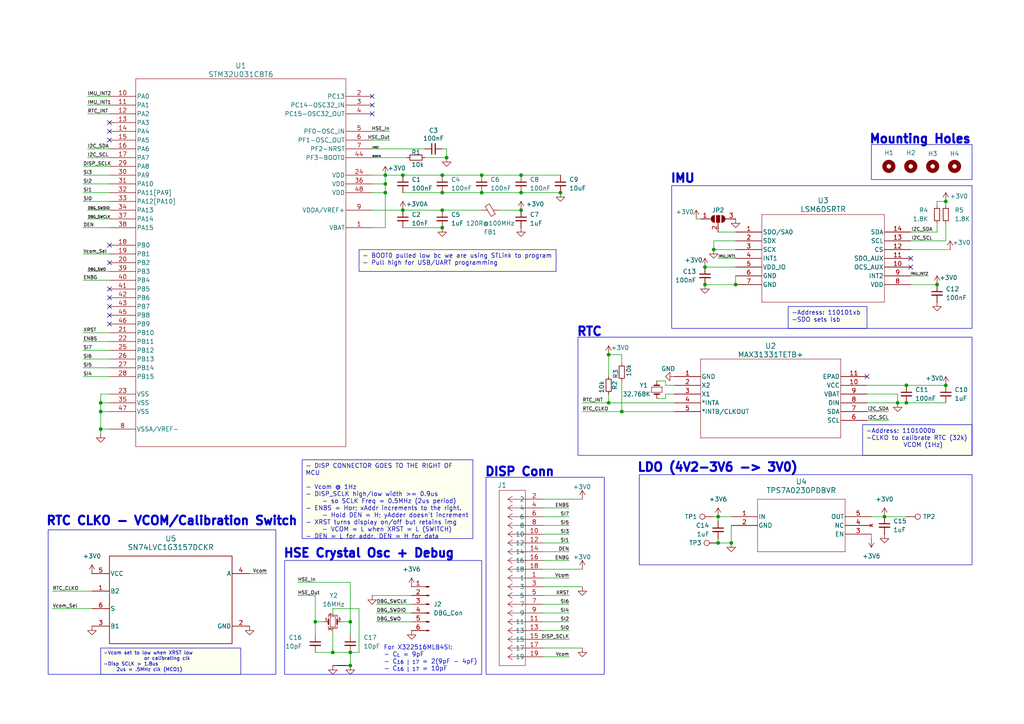
<source format=kicad_sch>
(kicad_sch (version 20231120) (generator "eeschema") (generator_version "8.0")
  (paper "A4")
  (title_block (title "MIP-Watch") (rev "2.0") (company "ForgetfulDuck"))
  (lib_symbols
    (symbol "Connector:Conn_01x06_Pin" (pin_names (offset 1.016) hide)
      (property "Reference" "J" (at 0 7.62 0))
      (property "Value" "Conn_01x06_Pin" (at 0 -10.16 0))
      (symbol "Conn_01x06_Pin_1_1"
        (pin passive line (at 5.08 5.08 180) (length 3.81) (name "Pin_1") (number "1"))
        (pin passive line (at 5.08 2.54 180) (length 3.81) (name "Pin_2") (number "2"))
        (pin passive line (at 5.08 0 180) (length 3.81) (name "Pin_3") (number "3"))
        (pin passive line (at 5.08 -2.54 180) (length 3.81) (name "Pin_4") (number "4"))
        (pin passive line (at 5.08 -5.08 180) (length 3.81) (name "Pin_5") (number "5"))
        (pin passive line (at 5.08 -7.62 180) (length 3.81) (name "Pin_6") (number "6"))
      )
    )
    (symbol "Connector:TestPoint" (pin_numbers hide) (pin_names (offset 0.762) hide)
      (property "Reference" "TP" (at 0 6.858 0))
      (property "Value" "TestPoint" (at 0 5.08 0))
      (symbol "TestPoint_1_1"
        (pin passive line (at 0 0 90) (length 2.54) (name "1") (number "1"))
      )
    )
    (symbol "Device:C_Small" (pin_numbers hide) (pin_names (offset 0.254) hide)
      (property "Reference" "C" (at 0.254 1.778 0))
      (property "Value" "C_Small" (at 0.254 -2.032 0))
      (symbol "C_Small_1_1"
        (pin passive line (at 0 2.54 270) (length 2.032) (name "~") (number "1"))
        (pin passive line (at 0 -2.54 90) (length 2.032) (name "~") (number "2"))
      )
    )
    (symbol "Device:Crystal_GND24_Small" (pin_names (offset 1.016) hide)
      (property "Reference" "Y" (at 1.27 4.445 0))
      (property "Value" "Crystal_GND24_Small" (at 1.27 2.54 0))
      (symbol "Crystal_GND24_Small_1_1"
        (pin passive line (at -2.54 0 0) (length 1.27) (name "1") (number "1"))
        (pin passive line (at 0 -2.54 90) (length 0.635) (name "2") (number "2"))
        (pin passive line (at 2.54 0 180) (length 1.27) (name "3") (number "3"))
        (pin passive line (at 0 2.54 270) (length 0.635) (name "4") (number "4"))
      )
    )
    (symbol "Device:Crystal_Small" (pin_numbers hide) (pin_names (offset 1.016) hide)
      (property "Reference" "Y" (at 0 2.54 0))
      (property "Value" "Crystal_Small" (at 0 -2.54 0))
      (symbol "Crystal_Small_1_1"
        (pin passive line (at -2.54 0 0) (length 1.27) (name "1") (number "1"))
        (pin passive line (at 2.54 0 180) (length 1.27) (name "2") (number "2"))
      )
    )
    (symbol "Device:FerriteBead_Small" (pin_numbers hide) (pin_names (offset 0))
      (property "Reference" "FB" (at 1.905 1.27 0))
      (property "Value" "FerriteBead_Small" (at 1.905 -1.27 0))
      (symbol "FerriteBead_Small_1_1"
        (pin passive line (at 0 2.54 270) (length 1.27) (name "~") (number "1"))
        (pin passive line (at 0 -2.54 90) (length 1.27) (name "~") (number "2"))
      )
    )
    (symbol "Device:NetTie_2" (pin_numbers hide) (pin_names (offset 0) hide) (in_bom no)
      (property "Reference" "NT" (at 0 1.27 0))
      (property "Value" "NetTie_2" (at 0 -1.27 0))
      (symbol "NetTie_2_1_1"
        (pin passive line (at -2.54 0 0) (length 2.54) (name "1") (number "1"))
        (pin passive line (at 2.54 0 180) (length 2.54) (name "2") (number "2"))
      )
    )
    (symbol "Device:R_Small" (pin_numbers hide) (pin_names (offset 0.254) hide)
      (property "Reference" "R" (at 0.762 0.508 0))
      (property "Value" "R_Small" (at 0.762 -1.016 0))
      (symbol "R_Small_1_1"
        (pin passive line (at 0 2.54 270) (length 0.762) (name "~") (number "1"))
        (pin passive line (at 0 -2.54 90) (length 0.762) (name "~") (number "2"))
      )
    )
    (symbol "FPC 19-pin, 0.3mm pitch:FH35C-19S-0.3SHW99" (pin_names (offset 0.254))
      (property "Reference" "J" (at 8.89 6.35 0))
      (property "Value" "FH35C-19S-0.3SHW99" (at 0 0 0))
      (symbol "FH35C-19S-0.3SHW99_1_1"
        (pin unspecified line (at 0 -22.86 0) (length 5.08) (name "1") (number "1"))
        (pin unspecified line (at 0 -10.16 0) (length 5.08) (name "10") (number "10"))
        (pin unspecified line (at 0 -35.56 0) (length 5.08) (name "11") (number "11"))
        (pin unspecified line (at 0 -12.7 0) (length 5.08) (name "12") (number "12"))
        (pin unspecified line (at 0 -38.1 0) (length 5.08) (name "13") (number "13"))
        (pin unspecified line (at 0 -15.24 0) (length 5.08) (name "14") (number "14"))
        (pin unspecified line (at 0 -40.64 0) (length 5.08) (name "15") (number "15"))
        (pin unspecified line (at 0 -17.78 0) (length 5.08) (name "16") (number "16"))
        (pin unspecified line (at 0 -43.18 0) (length 5.08) (name "17") (number "17"))
        (pin unspecified line (at 0 -20.32 0) (length 5.08) (name "18") (number "18"))
        (pin unspecified line (at 0 -45.72 0) (length 5.08) (name "19") (number "19"))
        (pin unspecified line (at 0 0 0) (length 5.08) (name "2") (number "2"))
        (pin unspecified line (at 0 -25.4 0) (length 5.08) (name "3") (number "3"))
        (pin unspecified line (at 0 -2.54 0) (length 5.08) (name "4") (number "4"))
        (pin unspecified line (at 0 -27.94 0) (length 5.08) (name "5") (number "5"))
        (pin unspecified line (at 0 -5.08 0) (length 5.08) (name "6") (number "6"))
        (pin unspecified line (at 0 -30.48 0) (length 5.08) (name "7") (number "7"))
        (pin unspecified line (at 0 -7.62 0) (length 5.08) (name "8") (number "8"))
        (pin unspecified line (at 0 -33.02 0) (length 5.08) (name "9") (number "9"))
      )
      (symbol "FH35C-19S-0.3SHW99_1_2"
        (pin unspecified line (at 0 -22.86 0) (length 5.08) (name "1") (number "1"))
        (pin unspecified line (at 0 -10.16 0) (length 5.08) (name "10") (number "10"))
        (pin unspecified line (at 0 -35.56 0) (length 5.08) (name "11") (number "11"))
        (pin unspecified line (at 0 -12.7 0) (length 5.08) (name "12") (number "12"))
        (pin unspecified line (at 0 -38.1 0) (length 5.08) (name "13") (number "13"))
        (pin unspecified line (at 0 -15.24 0) (length 5.08) (name "14") (number "14"))
        (pin unspecified line (at 0 -40.64 0) (length 5.08) (name "15") (number "15"))
        (pin unspecified line (at 0 -17.78 0) (length 5.08) (name "16") (number "16"))
        (pin unspecified line (at 0 -43.18 0) (length 5.08) (name "17") (number "17"))
        (pin unspecified line (at 0 -20.32 0) (length 5.08) (name "18") (number "18"))
        (pin unspecified line (at 0 -45.72 0) (length 5.08) (name "19") (number "19"))
        (pin unspecified line (at 0 0 0) (length 5.08) (name "2") (number "2"))
        (pin unspecified line (at 0 -25.4 0) (length 5.08) (name "3") (number "3"))
        (pin unspecified line (at 0 -2.54 0) (length 5.08) (name "4") (number "4"))
        (pin unspecified line (at 0 -27.94 0) (length 5.08) (name "5") (number "5"))
        (pin unspecified line (at 0 -5.08 0) (length 5.08) (name "6") (number "6"))
        (pin unspecified line (at 0 -30.48 0) (length 5.08) (name "7") (number "7"))
        (pin unspecified line (at 0 -7.62 0) (length 5.08) (name "8") (number "8"))
        (pin unspecified line (at 0 -33.02 0) (length 5.08) (name "9") (number "9"))
      )
    )
    (symbol "Jumper:SolderJumper_3_Open" (pin_names (offset 0) hide) (exclude_from_sim yes) (in_bom no)
      (property "Reference" "JP" (at -2.54 -2.54 0))
      (property "Value" "SolderJumper_3_Open" (at 0 2.794 0))
      (symbol "SolderJumper_3_Open_1_1"
        (pin passive line (at -5.08 0 0) (length 2.54) (name "A") (number "1"))
        (pin passive line (at 0 -3.81 90) (length 2.54) (name "C") (number "2"))
        (pin passive line (at 5.08 0 180) (length 2.54) (name "B") (number "3"))
      )
    )
    (symbol "LDO 3.0V Iq=25nA:TPS7A0230PDBVR" (pin_names (offset 0.254))
      (property "Reference" "U" (at 20.32 10.16 0))
      (property "Value" "TPS7A0230PDBVR" (at 20.32 7.62 0))
      (symbol "TPS7A0230PDBVR_0_1"
        (pin input line (at 0 0 0) (length 7.62) (name "IN") (number "1"))
        (pin power_out line (at 0 -2.54 0) (length 7.62) (name "GND") (number "2"))
        (pin input line (at 40.64 -5.08 180) (length 7.62) (name "EN") (number "3"))
        (pin no_connect line (at 40.64 -2.54 180) (length 7.62) (name "NC") (number "4"))
        (pin output line (at 40.64 0 180) (length 7.62) (name "OUT") (number "5"))
      )
    )
    (symbol "LSM6DSRTR:LSM6DSRTR" (pin_names (offset 0.254))
      (property "Reference" "U" (at 25.4 10.16 0))
      (property "Value" "LSM6DSRTR" (at 25.4 7.62 0))
      (symbol "LSM6DSRTR_0_1"
        (pin bidirectional line (at 0 0 0) (length 7.62) (name "SDO/SA0") (number "1"))
        (pin bidirectional line (at 50.8 -10.16 180) (length 7.62) (name "OCS_AUX") (number "10"))
        (pin bidirectional line (at 50.8 -7.62 180) (length 7.62) (name "SDO_AUX") (number "11"))
        (pin input line (at 50.8 -5.08 180) (length 7.62) (name "CS") (number "12"))
        (pin input line (at 50.8 -2.54 180) (length 7.62) (name "SCL") (number "13"))
        (pin bidirectional line (at 50.8 0 180) (length 7.62) (name "SDA") (number "14"))
        (pin bidirectional line (at 0 -2.54 0) (length 7.62) (name "SDX") (number "2"))
        (pin bidirectional line (at 0 -5.08 0) (length 7.62) (name "SCX") (number "3"))
        (pin output line (at 0 -7.62 0) (length 7.62) (name "INT1") (number "4"))
        (pin power_in line (at 0 -10.16 0) (length 7.62) (name "VDD_IO") (number "5"))
        (pin power_out line (at 0 -12.7 0) (length 7.62) (name "GND") (number "6"))
        (pin power_out line (at 0 -15.24 0) (length 7.62) (name "GND") (number "7"))
        (pin power_in line (at 50.8 -15.24 180) (length 7.62) (name "VDD") (number "8"))
        (pin output line (at 50.8 -12.7 180) (length 7.62) (name "INT2") (number "9"))
      )
    )
    (symbol "MAX31331TETB+:MAX31331TETB+" (pin_names (offset 0.254))
      (property "Reference" "U" (at 27.94 10.16 0))
      (property "Value" "MAX31331TETB+" (at 27.94 7.62 0))
      (symbol "MAX31331TETB+_0_1"
        (pin power_in line (at 0 0 0) (length 7.62) (name "GND") (number "1"))
        (pin power_in line (at 55.88 -2.54 180) (length 7.62) (name "VCC") (number "10"))
        (pin power_in line (at 55.88 0 180) (length 7.62) (name "EPAD") (number "11"))
        (pin input line (at 0 -2.54 0) (length 7.62) (name "X2") (number "2"))
        (pin input line (at 0 -5.08 0) (length 7.62) (name "X1") (number "3"))
        (pin output line (at 0 -7.62 0) (length 7.62) (name "*INTA") (number "4"))
        (pin output line (at 0 -10.16 0) (length 7.62) (name "*INTB/CLKOUT") (number "5"))
        (pin input line (at 55.88 -12.7 180) (length 7.62) (name "SCL") (number "6"))
        (pin bidirectional line (at 55.88 -10.16 180) (length 7.62) (name "SDA") (number "7"))
        (pin input line (at 55.88 -7.62 180) (length 7.62) (name "DIN") (number "8"))
        (pin bidirectional line (at 55.88 -5.08 180) (length 7.62) (name "VBAT") (number "9"))
      )
    )
    (symbol "Mechanical:MountingHole" (pin_names (offset 1.016)) (exclude_from_sim yes) (in_bom no)
      (property "Reference" "H" (at 0 5.08 0))
      (property "Value" "MountingHole" (at 0 3.175 0))
    )
    (symbol "SN74LVC1G3157DCKR_1" (pin_names (offset 0.254))
      (property "Reference" "U" (at 0 2.54 0))
      (property "Value" "SN74LVC1G3157DCKR" (at 0 0 0))
      (symbol "SN74LVC1G3157DCKR_1_0_1"
        (pin input line (at -22.86 2.54 0) (length 5.08) (name "B2") (number "1"))
        (pin power_in line (at 22.86 -7.62 180) (length 5.08) (name "GND") (number "2"))
        (pin input line (at -22.86 -7.62 0) (length 5.08) (name "B1") (number "3"))
        (pin output line (at 22.86 7.62 180) (length 5.08) (name "A") (number "4"))
        (pin power_in line (at -22.86 7.62 0) (length 5.08) (name "VCC") (number "5"))
        (pin input line (at -22.86 -2.54 0) (length 5.08) (name "S") (number "6"))
      )
    )
    (symbol "STM32U031C8:STM32U031C8T6" (pin_names (offset 0.254))
      (property "Reference" "U" (at 38.1 10.16 0))
      (property "Value" "STM32U031C8T6" (at 38.1 7.62 0))
      (symbol "STM32U031C8T6_0_1"
        (pin power_in line (at 76.2 -38.1 180) (length 7.62) (name "VBAT") (number "1"))
        (pin bidirectional line (at 0 0 0) (length 7.62) (name "PA0") (number "10"))
        (pin bidirectional line (at 0 -2.54 0) (length 7.62) (name "PA1") (number "11"))
        (pin bidirectional line (at 0 -5.08 0) (length 7.62) (name "PA2") (number "12"))
        (pin bidirectional line (at 0 -7.62 0) (length 7.62) (name "PA3") (number "13"))
        (pin bidirectional line (at 0 -10.16 0) (length 7.62) (name "PA4") (number "14"))
        (pin bidirectional line (at 0 -12.7 0) (length 7.62) (name "PA5") (number "15"))
        (pin bidirectional line (at 0 -15.24 0) (length 7.62) (name "PA6") (number "16"))
        (pin bidirectional line (at 0 -17.78 0) (length 7.62) (name "PA7") (number "17"))
        (pin bidirectional line (at 0 -43.18 0) (length 7.62) (name "PB0") (number "18"))
        (pin bidirectional line (at 0 -45.72 0) (length 7.62) (name "PB1") (number "19"))
        (pin bidirectional line (at 76.2 0 180) (length 7.62) (name "PC13") (number "2"))
        (pin bidirectional line (at 0 -48.26 0) (length 7.62) (name "PB2") (number "20"))
        (pin bidirectional line (at 0 -68.58 0) (length 7.62) (name "PB10") (number "21"))
        (pin bidirectional line (at 0 -71.12 0) (length 7.62) (name "PB11") (number "22"))
        (pin power_in line (at 0 -86.36 0) (length 7.62) (name "VSS") (number "23"))
        (pin power_in line (at 76.2 -22.86 180) (length 7.62) (name "VDD") (number "24"))
        (pin bidirectional line (at 0 -73.66 0) (length 7.62) (name "PB12") (number "25"))
        (pin bidirectional line (at 0 -76.2 0) (length 7.62) (name "PB13") (number "26"))
        (pin bidirectional line (at 0 -78.74 0) (length 7.62) (name "PB14") (number "27"))
        (pin bidirectional line (at 0 -81.28 0) (length 7.62) (name "PB15") (number "28"))
        (pin bidirectional line (at 0 -20.32 0) (length 7.62) (name "PA8") (number "29"))
        (pin bidirectional line (at 76.2 -2.54 180) (length 7.62) (name "PC14-OSC32_IN") (number "3"))
        (pin bidirectional line (at 0 -22.86 0) (length 7.62) (name "PA9") (number "30"))
        (pin bidirectional line (at 0 -25.4 0) (length 7.62) (name "PA10") (number "31"))
        (pin bidirectional line (at 0 -27.94 0) (length 7.62) (name "PA11[PA9]") (number "32"))
        (pin bidirectional line (at 0 -30.48 0) (length 7.62) (name "PA12[PA10]") (number "33"))
        (pin bidirectional line (at 0 -33.02 0) (length 7.62) (name "PA13") (number "34"))
        (pin power_in line (at 0 -88.9 0) (length 7.62) (name "VSS") (number "35"))
        (pin power_in line (at 76.2 -25.4 180) (length 7.62) (name "VDD") (number "36"))
        (pin bidirectional line (at 0 -35.56 0) (length 7.62) (name "PA14") (number "37"))
        (pin bidirectional line (at 0 -38.1 0) (length 7.62) (name "PA15") (number "38"))
        (pin bidirectional line (at 0 -50.8 0) (length 7.62) (name "PB3") (number "39"))
        (pin bidirectional line (at 76.2 -5.08 180) (length 7.62) (name "PC15-OSC32_OUT") (number "4"))
        (pin bidirectional line (at 0 -53.34 0) (length 7.62) (name "PB4") (number "40"))
        (pin bidirectional line (at 0 -55.88 0) (length 7.62) (name "PB5") (number "41"))
        (pin bidirectional line (at 0 -58.42 0) (length 7.62) (name "PB6") (number "42"))
        (pin bidirectional line (at 0 -60.96 0) (length 7.62) (name "PB7") (number "43"))
        (pin bidirectional line (at 76.2 -17.78 180) (length 7.62) (name "PF3-BOOT0") (number "44"))
        (pin bidirectional line (at 0 -63.5 0) (length 7.62) (name "PB8") (number "45"))
        (pin bidirectional line (at 0 -66.04 0) (length 7.62) (name "PB9") (number "46"))
        (pin power_in line (at 0 -91.44 0) (length 7.62) (name "VSS") (number "47"))
        (pin power_in line (at 76.2 -27.94 180) (length 7.62) (name "VDD") (number "48"))
        (pin bidirectional line (at 76.2 -10.16 180) (length 7.62) (name "PF0-OSC_IN") (number "5"))
        (pin bidirectional line (at 76.2 -12.7 180) (length 7.62) (name "PF1-OSC_OUT") (number "6"))
        (pin bidirectional line (at 76.2 -15.24 180) (length 7.62) (name "PF2-NRST") (number "7"))
        (pin power_in line (at 0 -96.52 0) (length 7.62) (name "VSSA/VREF-") (number "8"))
        (pin power_in line (at 76.2 -33.02 180) (length 7.62) (name "VDDA/VREF+") (number "9"))
      )
    )
    (symbol "power:+3V0" (power) (pin_numbers hide) (pin_names (offset 0) hide)
      (property "Value" "+3V0" (at 0 3.556 0))
      (symbol "+3V0_1_1"
        (pin power_in line (at 0 0 90) (length 0) (name "~") (number "1"))
      )
    )
    (symbol "power:+3V8" (power) (pin_numbers hide) (pin_names (offset 0) hide)
      (property "Value" "+3V8" (at 0 3.556 0))
      (symbol "+3V8_1_1"
        (pin power_in line (at 0 0 90) (length 0) (name "~") (number "1"))
      )
    )
    (symbol "power:GND" (power) (pin_numbers hide) (pin_names (offset 0) hide)
      (property "Value" "GND" (at 0 -3.81 0))
      (symbol "GND_1_1"
        (pin power_in line (at 0 0 270) (length 0) (name "~") (number "1"))
      )
    )
  )
  (junction (at 256.54 149.86))
  (junction (at 111.76 50.8))
  (junction (at 128.27 50.8))
  (junction (at 29.21 124.46))
  (junction (at 271.78 82.55))
  (junction (at 101.6 189.23))
  (junction (at 262.89 111.76))
  (junction (at 101.6 193.04))
  (junction (at 111.76 55.88))
  (junction (at 212.09 157.48))
  (junction (at 129.54 45.72))
  (junction (at 204.47 77.47))
  (junction (at 176.53 116.84))
  (junction (at 139.7 50.8))
  (junction (at 162.56 55.88))
  (junction (at 176.53 102.87))
  (junction (at 207.01 72.39))
  (junction (at 101.6 180.34))
  (junction (at 151.13 60.96))
  (junction (at 128.27 55.88))
  (junction (at 274.32 111.76))
  (junction (at 180.34 119.38))
  (junction (at 139.7 55.88))
  (junction (at 151.13 55.88))
  (junction (at 116.84 50.8))
  (junction (at 260.35 116.84))
  (junction (at 151.13 50.8))
  (junction (at 274.32 58.42))
  (junction (at 29.21 119.38))
  (junction (at 208.28 149.86))
  (junction (at 128.27 60.96))
  (junction (at 262.89 116.84))
  (junction (at 29.21 116.84))
  (junction (at 116.84 60.96))
  (junction (at 128.27 66.04))
  (junction (at 208.28 157.48))
  (junction (at 111.76 53.34))
  (junction (at 204.47 82.55))
  (junction (at 213.36 82.55))
  (junction (at 96.52 189.23))
  (junction (at 91.44 180.34))
  (no_connect (at 31.75 91.44))
  (no_connect (at 107.95 33.02))
  (no_connect (at 251.46 109.22))
  (no_connect (at 107.95 27.94))
  (no_connect (at 107.95 30.48))
  (no_connect (at 31.75 88.9))
  (no_connect (at 31.75 76.2))
  (no_connect (at 31.75 83.82))
  (no_connect (at 31.75 93.98))
  (no_connect (at 264.16 77.47))
  (no_connect (at 264.16 74.93))
  (no_connect (at 31.75 40.64))
  (no_connect (at 31.75 71.12))
  (no_connect (at 31.75 38.1))
  (no_connect (at 31.75 86.36))
  (no_connect (at 31.75 35.56))
  (wire (pts (xy 157.48 180.34) (xy 165.1 180.34)))
  (wire (pts (xy 168.91 187.96) (xy 157.48 187.96)))
  (wire (pts (xy 109.22 175.26) (xy 119.38 175.26)))
  (wire (pts (xy 204.47 77.47) (xy 213.36 77.47)))
  (wire (pts (xy 176.53 116.84) (xy 195.58 116.84)))
  (wire (pts (xy 260.35 114.3) (xy 251.46 114.3)))
  (wire (pts (xy 25.4 45.72) (xy 31.75 45.72)))
  (wire (pts (xy 24.13 109.22) (xy 31.75 109.22)))
  (wire (pts (xy 128.27 43.18) (xy 129.54 43.18)))
  (wire (pts (xy 257.81 119.38) (xy 251.46 119.38)))
  (wire (pts (xy 193.04 111.76) (xy 195.58 111.76)))
  (wire (pts (xy 24.13 101.6) (xy 31.75 101.6)))
  (wire (pts (xy 212.09 152.4) (xy 212.09 157.48)))
  (wire (pts (xy 157.48 175.26) (xy 165.1 175.26)))
  (wire (pts (xy 113.03 40.64) (xy 107.95 40.64)))
  (wire (pts (xy 157.48 162.56) (xy 165.1 162.56)))
  (wire (pts (xy 24.13 106.68) (xy 31.75 106.68)))
  (wire (pts (xy 29.21 116.84) (xy 29.21 119.38)))
  (wire (pts (xy 24.13 66.04) (xy 31.75 66.04)))
  (wire (pts (xy 204.47 82.55) (xy 213.36 82.55)))
  (wire (pts (xy 107.95 172.72) (xy 119.38 172.72)))
  (wire (pts (xy 157.48 152.4) (xy 165.1 152.4)))
  (wire (pts (xy 208.28 149.86) (xy 208.28 151.13)))
  (wire (pts (xy 256.54 149.86) (xy 262.89 149.86)))
  (wire (pts (xy 99.06 180.34) (xy 101.6 180.34)))
  (wire (pts (xy 128.27 50.8) (xy 139.7 50.8)))
  (wire (pts (xy 116.84 66.04) (xy 128.27 66.04)))
  (wire (pts (xy 157.48 147.32) (xy 165.1 147.32)))
  (wire (pts (xy 213.36 80.01) (xy 213.36 82.55)))
  (wire (pts (xy 271.78 58.42) (xy 274.32 58.42)))
  (wire (pts (xy 213.36 74.93) (xy 208.28 74.93)))
  (wire (pts (xy 91.44 172.72) (xy 91.44 180.34)))
  (wire (pts (xy 15.24 171.45) (xy 26.67 171.45)))
  (wire (pts (xy 190.5 110.49) (xy 193.04 110.49)))
  (wire (pts (xy 168.91 144.78) (xy 157.48 144.78)))
  (wire (pts (xy 180.34 119.38) (xy 195.58 119.38)))
  (wire (pts (xy 176.53 116.84) (xy 168.91 116.84)))
  (wire (pts (xy 264.16 72.39) (xy 275.59 72.39)))
  (wire (pts (xy 104.14 189.23) (xy 101.6 189.23)))
  (wire (pts (xy 157.48 190.5) (xy 165.1 190.5)))
  (wire (pts (xy 116.84 60.96) (xy 128.27 60.96)))
  (wire (pts (xy 25.4 43.18) (xy 31.75 43.18)))
  (wire (pts (xy 116.84 50.8) (xy 128.27 50.8)))
  (wire (pts (xy 190.5 115.57) (xy 193.04 115.57)))
  (wire (pts (xy 139.7 50.8) (xy 151.13 50.8)))
  (wire (pts (xy 113.03 38.1) (xy 107.95 38.1)))
  (wire (pts (xy 139.7 55.88) (xy 151.13 55.88)))
  (wire (pts (xy 107.95 45.72) (xy 118.11 45.72)))
  (wire (pts (xy 252.73 149.86) (xy 256.54 149.86)))
  (wire (pts (xy 271.78 58.42) (xy 271.78 59.69)))
  (wire (pts (xy 168.91 170.18) (xy 157.48 170.18)))
  (wire (pts (xy 104.14 176.53) (xy 104.14 189.23)))
  (wire (pts (xy 107.95 50.8) (xy 111.76 50.8)))
  (wire (pts (xy 257.81 121.92) (xy 251.46 121.92)))
  (wire (pts (xy 24.13 58.42) (xy 31.75 58.42)))
  (wire (pts (xy 109.22 180.34) (xy 119.38 180.34)))
  (wire (pts (xy 264.16 80.01) (xy 269.24 80.01)))
  (wire (pts (xy 157.48 177.8) (xy 165.1 177.8)))
  (wire (pts (xy 262.89 116.84) (xy 274.32 116.84)))
  (wire (pts (xy 151.13 55.88) (xy 162.56 55.88)))
  (wire (pts (xy 264.16 69.85) (xy 274.32 69.85)))
  (wire (pts (xy 129.54 43.18) (xy 129.54 45.72)))
  (wire (pts (xy 251.46 116.84) (xy 260.35 116.84)))
  (wire (pts (xy 24.13 81.28) (xy 31.75 81.28)))
  (wire (pts (xy 207.01 69.85) (xy 207.01 72.39)))
  (wire (pts (xy 180.34 119.38) (xy 168.91 119.38)))
  (wire (pts (xy 193.04 114.3) (xy 193.04 115.57)))
  (wire (pts (xy 107.95 43.18) (xy 123.19 43.18)))
  (wire (pts (xy 29.21 116.84) (xy 31.75 116.84)))
  (wire (pts (xy 15.24 176.53) (xy 26.67 176.53)))
  (wire (pts (xy 24.13 96.52) (xy 31.75 96.52)))
  (wire (pts (xy 25.4 78.74) (xy 31.75 78.74)))
  (wire (pts (xy 157.48 149.86) (xy 165.1 149.86)))
  (wire (pts (xy 91.44 189.23) (xy 96.52 189.23)))
  (wire (pts (xy 29.21 119.38) (xy 31.75 119.38)))
  (wire (pts (xy 151.13 50.8) (xy 162.56 50.8)))
  (wire (pts (xy 207.01 72.39) (xy 213.36 72.39)))
  (wire (pts (xy 96.52 176.53) (xy 96.52 177.8)))
  (wire (pts (xy 107.95 55.88) (xy 111.76 55.88)))
  (wire (pts (xy 25.4 60.96) (xy 31.75 60.96)))
  (wire (pts (xy 274.32 64.77) (xy 274.32 69.85)))
  (wire (pts (xy 176.53 102.87) (xy 176.53 109.22)))
  (wire (pts (xy 101.6 193.04) (xy 101.6 189.23)))
  (wire (pts (xy 212.09 149.86) (xy 208.28 149.86)))
  (wire (pts (xy 91.44 180.34) (xy 93.98 180.34)))
  (wire (pts (xy 101.6 168.91) (xy 101.6 180.34)))
  (wire (pts (xy 193.04 110.49) (xy 193.04 111.76)))
  (wire (pts (xy 157.48 157.48) (xy 165.1 157.48)))
  (wire (pts (xy 24.13 50.8) (xy 31.75 50.8)))
  (wire (pts (xy 101.6 184.15) (xy 101.6 180.34)))
  (wire (pts (xy 24.13 53.34) (xy 31.75 53.34)))
  (wire (pts (xy 91.44 184.15) (xy 91.44 180.34)))
  (wire (pts (xy 96.52 182.88) (xy 96.52 189.23)))
  (wire (pts (xy 157.48 160.02) (xy 165.1 160.02)))
  (wire (pts (xy 109.22 177.8) (xy 119.38 177.8)))
  (wire (pts (xy 107.95 66.04) (xy 111.76 66.04)))
  (wire (pts (xy 29.21 124.46) (xy 29.21 125.73)))
  (wire (pts (xy 25.4 33.02) (xy 31.75 33.02)))
  (wire (pts (xy 24.13 73.66) (xy 31.75 73.66)))
  (wire (pts (xy 86.36 172.72) (xy 91.44 172.72)))
  (wire (pts (xy 128.27 60.96) (xy 139.7 60.96)))
  (wire (pts (xy 24.13 104.14) (xy 31.75 104.14)))
  (wire (pts (xy 207.01 69.85) (xy 213.36 69.85)))
  (wire (pts (xy 193.04 114.3) (xy 195.58 114.3)))
  (wire (pts (xy 111.76 66.04) (xy 111.76 55.88)))
  (wire (pts (xy 123.19 45.72) (xy 129.54 45.72)))
  (wire (pts (xy 208.28 156.21) (xy 208.28 157.48)))
  (wire (pts (xy 262.89 111.76) (xy 274.32 111.76)))
  (wire (pts (xy 274.32 59.69) (xy 274.32 58.42)))
  (wire (pts (xy 128.27 55.88) (xy 139.7 55.88)))
  (wire (pts (xy 201.93 63.5) (xy 203.2 63.5)))
  (wire (pts (xy 157.48 182.88) (xy 165.1 182.88)))
  (wire (pts (xy 180.34 102.87) (xy 180.34 105.41)))
  (wire (pts (xy 217.17 82.55) (xy 213.36 82.55)))
  (wire (pts (xy 157.48 167.64) (xy 165.1 167.64)))
  (wire (pts (xy 116.84 55.88) (xy 128.27 55.88)))
  (wire (pts (xy 29.21 119.38) (xy 29.21 124.46)))
  (wire (pts (xy 24.13 48.26) (xy 31.75 48.26)))
  (wire (pts (xy 144.78 60.96) (xy 151.13 60.96)))
  (wire (pts (xy 271.78 82.55) (xy 264.16 82.55)))
  (wire (pts (xy 180.34 110.49) (xy 180.34 119.38)))
  (wire (pts (xy 86.36 168.91) (xy 101.6 168.91)))
  (wire (pts (xy 25.4 30.48) (xy 31.75 30.48)))
  (wire (pts (xy 24.13 99.06) (xy 31.75 99.06)))
  (wire (pts (xy 208.28 67.31) (xy 213.36 67.31)))
  (wire (pts (xy 176.53 114.3) (xy 176.53 116.84)))
  (wire (pts (xy 111.76 50.8) (xy 116.84 50.8)))
  (wire (pts (xy 24.13 55.88) (xy 31.75 55.88)))
  (wire (pts (xy 111.76 55.88) (xy 111.76 53.34)))
  (wire (pts (xy 107.95 60.96) (xy 116.84 60.96)))
  (wire (pts (xy 168.91 165.1) (xy 157.48 165.1)))
  (wire (pts (xy 111.76 53.34) (xy 111.76 50.8)))
  (wire (pts (xy 260.35 114.3) (xy 260.35 116.84)))
  (wire (pts (xy 208.28 157.48) (xy 212.09 157.48)))
  (wire (pts (xy 251.46 111.76) (xy 262.89 111.76)))
  (wire (pts (xy 252.73 154.94) (xy 252.73 156.21)))
  (wire (pts (xy 260.35 116.84) (xy 262.89 116.84)))
  (wire (pts (xy 31.75 114.3) (xy 29.21 114.3)))
  (wire (pts (xy 96.52 176.53) (xy 104.14 176.53)))
  (wire (pts (xy 264.16 67.31) (xy 271.78 67.31)))
  (wire (pts (xy 29.21 114.3) (xy 29.21 116.84)))
  (wire (pts (xy 77.47 166.37) (xy 72.39 166.37)))
  (wire (pts (xy 157.48 172.72) (xy 165.1 172.72)))
  (wire (pts (xy 107.95 53.34) (xy 111.76 53.34)))
  (wire (pts (xy 25.4 63.5) (xy 31.75 63.5)))
  (wire (pts (xy 207.01 149.86) (xy 208.28 149.86)))
  (wire (pts (xy 31.75 27.94) (xy 25.4 27.94)))
  (wire (pts (xy 157.48 154.94) (xy 165.1 154.94)))
  (wire (pts (xy 157.48 185.42) (xy 165.1 185.42)))
  (wire (pts (xy 31.75 124.46) (xy 29.21 124.46)))
  (wire (pts (xy 271.78 64.77) (xy 271.78 67.31)))
  (wire (pts (xy 96.52 189.23) (xy 101.6 189.23)))
  (wire (pts (xy 176.53 102.87) (xy 180.34 102.87)))
  (rectangle (start 82.55 162.56) (end 139.7 195.58))
  (rectangle (start 140.97 138.43) (end 175.26 195.58))
  (rectangle (start 185.42 137.668) (end 281.94 163.83))
  (rectangle (start 194.818 53.848) (end 281.94 95.25))
  (rectangle (start 252.73 41.91) (end 281.94 52.07))
  (rectangle (start 13.97 153.67) (end 80.01 195.58))
  (rectangle (start 167.64 97.79) (end 281.94 132.08))
  (text_box "-Address: 1101000b\n-CLKO to calibrate RTC (32k)\n  		 VCOM (1Hz)" (at 250.19 123.19 0) (size 31.75 8.89) (fill (type color) (color 255 255 194 0.25)) (effects (font (size 1.27 1.27)) (justify left top)))
  (text_box "-Address: 110101xb\n-SDO sets lsb" (at 228.6 88.9 0) (size 22.86 6.35) (fill (type color) (color 255 255 194 0.25)) (effects (font (size 1.27 1.27)) (justify left top)))
  (text_box "- BOOT0 pulled low bc we are using STLink to program\n- Pull high for USB/UART programming" (at 104.14 72.39 0) (size 57.15 6.35) (fill (type color) (color 255 255 194 0.25)) (effects (font (size 1.27 1.27)) (justify left top)))
  (text_box "- DISP CONNECTOR GOES TO THE RIGHT OF MCU\n\n- Vcom @ 1Hz\n- DISP_SCLK high/low width >= 0.9us\n	- so SCLK Freq = 0.5MHz (2us period)\n- ENBS = Hor; xAddr increments to the right.\n	- Hold DEN = H; yAdder doesn't increment\n- XRST turns display on/off but retains img\n	- VCOM = L when XRST = L (SWITCH)\n- DEN = L for addr, DEN = H for data" (at 87.63 133.35 0) (size 49.53 22.86) (fill (type color) (color 255 255 194 0.25)) (effects (font (size 1.27 1.27)) (justify left top)))
  (text_box "-Vcom set to low when XRST low\n			or calibrating clk\n-Disp SCLK > 1.8us\n	2us = .5MHz clk (MCO1)" (at 29.21 187.96 0) (size 40.64 7.62) (fill (type color) (color 255 255 194 0.2509803922)) (effects (font (size 1 1)) (justify left top)))
  (text "RTC" (at 167.132 97.79 0) (effects (font (size 2.5 2.5) (thickness 0.6) (bold yes)) (justify left bottom)))
  (text "LDO (4V2-3V6 -> 3V0)" (at 184.658 137.16 0) (effects (font (size 2.5 2.5) (thickness 0.6) (bold yes)) (justify left bottom)))
  (text "For X322516MLB4SI:\n- C_{L} = 9pF \n- C_{16 | 17} = 2(9pF - 4pF)\n- C_{16 | 17} = 10pF\n	" (at 111.252 192.024 0) (effects (font (size 1.27 1.27)) (justify left)))
  (text "Mounting Holes" (at 251.968 41.91 0) (effects (font (size 2.5 2.5) (thickness 0.6) (bold yes)) (justify left bottom)))
  (text "HSE Crystal Osc + Debug" (at 82.042 162.052 0) (effects (font (size 2.5 2.5) (thickness 0.6) (bold yes)) (justify left bottom)))
  (text "RTC CLKO - VCOM/Calibration Switch\n" (at 13.208 152.654 0) (effects (font (size 2.5 2.5) (thickness 0.6) (bold yes)) (justify left bottom)))
  (text "IMU" (at 194.31 53.34 0) (effects (font (size 2.5 2.5) (thickness 0.6) (bold yes)) (justify left bottom)))
  (text "DISP Conn" (at 140.462 138.43 0) (effects (font (size 2.5 2.5) (thickness 0.6) (bold yes)) (justify left bottom)))
  (label "SI7" (at 165.1 149.86 180) (effects (font (size 1 1))))
  (label "DEN" (at 24.13 66.04 0) (effects (font (size 1 1))))
  (label "XRST" (at 165.1 172.72 180) (effects (font (size 1 1))))
  (label "Vcom" (at 165.1 190.5 180) (effects (font (size 0.9525 0.9525))))
  (label "DBG_SWCLK" (at 25.4 63.5 0) (effects (font (size 0.75 0.75))))
  (label "HSE_In" (at 113.03 38.1 180) (effects (font (size 1 1))))
  (label "I2C_SDA" (at 25.4 43.18 0) (effects (font (size 1 1))))
  (label "RTC_INT" (at 25.4 33.02 0) (effects (font (size 1 1))))
  (label "DBG_SWDIO" (at 109.22 177.8 0) (effects (font (size 1 1))))
  (label "SI7" (at 24.13 101.6 0) (effects (font (size 1 1))))
  (label "RTC_INT" (at 168.91 116.84 0) (effects (font (size 1 1))))
  (label "ENBG" (at 24.13 81.28 0) (effects (font (size 1 1))))
  (label "SI2" (at 165.1 180.34 180) (effects (font (size 1 1))))
  (label "Vcom_Sel" (at 24.13 73.66 0) (effects (font (size 0.9525 0.9525))))
  (label "SI0" (at 165.1 182.88 180) (effects (font (size 1 1))))
  (label "I2C_SCL" (at 257.81 121.92 180) (effects (font (size 1 1))))
  (label "I2C_SDA" (at 270.51 67.31 180) (effects (font (size 1 1))))
  (label "Vcom_Sel" (at 15.24 176.53 0) (effects (font (size 1 1))))
  (label "ENBS" (at 165.1 147.32 180) (effects (font (size 1 1))))
  (label "SI4" (at 165.1 177.8 180) (effects (font (size 1 1))))
  (label "I2C_SDA" (at 257.81 119.38 180) (effects (font (size 1 1))))
  (label "SI4" (at 24.13 109.22 0) (effects (font (size 1 1))))
  (label "DBG_SWO" (at 109.22 180.34 0) (effects (font (size 1 1))))
  (label "Vcom" (at 77.47 166.37 180) (effects (font (size 1 1))))
  (label "RTC_CLKO" (at 15.24 171.45 0) (effects (font (size 1 1))))
  (label "HSE_Out" (at 113.03 40.64 180) (effects (font (size 1 1))))
  (label "DBG_SWCLK" (at 109.22 175.26 0) (effects (font (size 1 1))))
  (label "SI6" (at 24.13 104.14 0) (effects (font (size 1 1))))
  (label "SI1" (at 24.13 55.88 0) (effects (font (size 1 1))))
  (label "SI0" (at 24.13 58.42 0) (effects (font (size 1 1))))
  (label "SI5" (at 165.1 152.4 180) (effects (font (size 1 1))))
  (label "NRST" (at 107.95 43.18 0) (effects (font (size 0.5 0.5))))
  (label "DISP_SCLK" (at 24.13 48.26 0) (effects (font (size 1 1))))
  (label "DEN" (at 165.1 160.02 180) (effects (font (size 1 1))))
  (label "SI5" (at 24.13 106.68 0) (effects (font (size 1 1))))
  (label "IMU_INT1" (at 25.4 30.48 0) (effects (font (size 1 1))))
  (label "ENBS" (at 24.13 99.06 0) (effects (font (size 1 1))))
  (label "RTC_CLKO" (at 168.91 119.38 0) (effects (font (size 1 1))))
  (label "SI3" (at 165.1 154.94 180) (effects (font (size 1 1))))
  (label "XRST" (at 24.13 96.52 0) (effects (font (size 1 1))))
  (label "IMU_INT2" (at 25.4 27.94 0) (effects (font (size 1 1))))
  (label "SI1" (at 165.1 157.48 180) (effects (font (size 1 1))))
  (label "DISP_SCLK" (at 165.1 185.42 180) (effects (font (size 1 1))))
  (label "DBG_SWO" (at 25.4 78.74 0) (effects (font (size 0.75 0.75))))
  (label "I2C_SCL" (at 270.51 69.85 180) (effects (font (size 1 1))))
  (label "SI3" (at 24.13 50.8 0) (effects (font (size 1 1))))
  (label "DBG_SWDIO" (at 25.4 60.96 0) (effects (font (size 0.75 0.75))))
  (label "IMU_INT2" (at 269.24 80.01 180) (effects (font (size 0.75 0.75))))
  (label "BOOT0" (at 107.95 45.72 0) (effects (font (size 0.5 0.5))))
  (label "IMU_INT1" (at 208.28 74.93 0) (effects (font (size 0.75 0.75))))
  (label "SI6" (at 165.1 175.26 180) (effects (font (size 1 1))))
  (label "I2C_SCL" (at 25.4 45.72 0) (effects (font (size 1 1))))
  (label "HSE_Out" (at 86.36 172.72 0) (effects (font (size 1 1))))
  (label "SI2" (at 24.13 53.34 0) (effects (font (size 1 1))))
  (label "Vcom" (at 165.1 167.64 180) (effects (font (size 1 1))))
  (label "ENBG" (at 165.1 162.56 180) (effects (font (size 1 1))))
  (label "HSE_In" (at 86.36 168.91 0) (effects (font (size 1 1))))
  (symbol (lib_id "power:GND") (at 207.01 72.39 0) (unit 1)
    (property "Reference" "#PWR013" (effects (hide yes)))
    (property "Value" "GND" (effects (hide yes)))
    (property "Description" "Power symbol creates a global label with name \"GND\" , ground" (effects (hide yes)))
  )
  (symbol (lib_id "Device:C_Small") (at 204.47 80.01 0) (mirror y) (unit 1)
    (property "Reference" "C13" (at 201.93 78.7462 0) (effects (justify left)))
    (property "Value" "100nF" (at 201.93 81.2862 0) (effects (justify left)))
    (property "Footprint" "Capacitor_SMD:C_0402_1005Metric" (effects (hide yes)))
    (property "Description" "Unpolarized capacitor, small symbol" (effects (hide yes)))
  )
  (symbol (lib_id "power:GND") (at 72.39 181.61 0) (unit 1)
    (property "Reference" "#PWR027" (effects (hide yes)))
    (property "Value" "GND" (effects (hide yes)))
    (property "Description" "Power symbol creates a global label with name \"GND\" , ground" (effects (hide yes)))
  )
  (symbol (lib_id "power:+3V0") (at 26.67 166.37 0) (mirror y) (unit 1)
    (property "Reference" "#PWR025" (effects (hide yes)))
    (property "Value" "+3V0" (at 26.67 161.29 0))
    (property "Description" "Power symbol creates a global label with name \"+3V0\"" (effects (hide yes)))
  )
  (symbol (lib_id "power:+3V0") (at 168.91 144.78 0) (unit 1)
    (property "Reference" "#PWR028" (effects (hide yes)))
    (property "Value" "+3V0" (at 171.45 141.224 0) (effects (justify right)))
    (property "Description" "Power symbol creates a global label with name \"+3V0\"" (effects (hide yes)))
  )
  (symbol (lib_id "power:GND") (at 168.91 187.96 0) (mirror y) (unit 1)
    (property "Reference" "#PWR030" (effects (hide yes)))
    (property "Value" "GND" (effects (hide yes)))
    (property "Description" "Power symbol creates a global label with name \"GND\" , ground" (effects (hide yes)))
  )
  (symbol (lib_id "power:+3V0") (at 168.91 165.1 0) (unit 1)
    (property "Reference" "#PWR031" (effects (hide yes)))
    (property "Value" "+3V0" (at 171.45 161.544 0) (effects (justify right)))
    (property "Description" "Power symbol creates a global label with name \"+3V0\"" (effects (hide yes)))
  )
  (symbol (lib_id "power:GND") (at 101.6 193.04 0) (unit 1)
    (property "Reference" "#PWR032" (effects (hide yes)))
    (property "Value" "GND_HSE" (effects (hide yes)))
    (property "Description" "Power symbol creates a global label with name \"GND\" , ground" (effects (hide yes)))
  )
  (symbol (lib_id "power:GND") (at 107.95 172.72 0) (unit 1)
    (property "Reference" "#PWR035" (effects (hide yes)))
    (property "Value" "GND" (effects (hide yes)))
    (property "Description" "Power symbol creates a global label with name \"GND\" , ground" (effects (hide yes)))
  )
  (symbol (lib_id "power:+3V0") (at 204.47 77.47 0) (mirror y) (unit 1)
    (property "Reference" "#PWR016" (effects (hide yes)))
    (property "Value" "+3V0" (at 201.168 75.438 0))
    (property "Description" "Power symbol creates a global label with name \"+3V0\"" (effects (hide yes)))
  )
  (symbol (lib_id "Mechanical:MountingHole") (at 257.81 48.26 270) (unit 1) (exclude_from_sim yes) (in_bom no)
    (property "Reference" "H1" (at 259.207 44.323 90) (effects (justify right)))
    (property "Value" "MountingHole" (effects (hide yes)))
    (property "Footprint" "MountingHole:MountingHole_2.2mm_M2" (effects (hide yes)))
    (property "Description" "Mounting Hole without connection" (effects (hide yes)))
  )
  (symbol (lib_id "Device:R_Small") (at 271.78 62.23 0) (mirror y) (unit 1)
    (property "Reference" "R4" (at 269.24 60.9599 0) (effects (justify left)))
    (property "Value" "1.8K" (at 269.24 63.4999 0) (effects (justify left)))
    (property "Footprint" "Resistor_SMD:R_0402_1005Metric" (effects (hide yes)))
    (property "Description" "Resistor, small symbol" (effects (hide yes)))
  )
  (symbol (lib_id "STM32U031C8:STM32U031C8T6") (at 31.75 27.94 0) (unit 1)
    (property "Reference" "U1" (at 69.85 19.05 0) (effects (font (size 1.524 1.524))))
    (property "Value" "STM32U031C8T6" (at 69.85 21.59 0) (effects (font (size 1.524 1.524))))
    (property "Footprint" "STM32U031C8:LQFP48_STM-L" (effects (hide yes)))
    (property "Datasheet" "STM32U031C8T6" (effects (hide yes)))
  )
  (symbol (lib_id "power:+3V0") (at 271.78 82.55 0) (unit 1)
    (property "Reference" "#PWR017" (effects (hide yes)))
    (property "Value" "+3V0" (at 275.082 80.518 0))
    (property "Description" "Power symbol creates a global label with name \"+3V0\"" (effects (hide yes)))
  )
  (symbol (lib_id "Device:FerriteBead_Small") (at 142.24 60.96 90) (mirror x) (unit 1)
    (property "Reference" "FB1" (at 142.2019 67.31 90))
    (property "Value" "120R@100MHz" (at 142.2019 64.77 90))
    (property "Footprint" "Inductor_SMD:L_0603_1608Metric" (effects (hide yes)))
    (property "Description" "Ferrite bead, small symbol" (effects (hide yes)))
  )
  (symbol (lib_id "power:+3V0") (at 275.59 72.39 0) (unit 1)
    (property "Reference" "#PWR018" (effects (hide yes)))
    (property "Value" "+3V0" (at 278.892 70.358 0))
    (property "Description" "Power symbol creates a global label with name \"+3V0\"" (effects (hide yes)))
  )
  (symbol (lib_id "power:GND") (at 204.47 82.55 0) (unit 1)
    (property "Reference" "#PWR014" (effects (hide yes)))
    (property "Value" "GND" (effects (hide yes)))
    (property "Description" "Power symbol creates a global label with name \"GND\" , ground" (effects (hide yes)))
  )
  (symbol (lib_id "power:GND") (at 195.58 109.22 270) (unit 1)
    (property "Reference" "#PWR01" (effects (hide yes)))
    (property "Value" "GND" (at 193.802 106.934 90))
    (property "Description" "Power symbol creates a global label with name \"GND\" , ground" (effects (hide yes)))
  )
  (symbol (lib_id "Jumper:SolderJumper_3_Open") (at 208.28 63.5 0) (unit 1) (exclude_from_sim yes) (in_bom no)
    (property "Reference" "JP2" (at 208.28 60.96 0))
    (property "Value" "SolderJumper_3_Open" (effects (hide yes)))
    (property "Footprint" "Jumper:SolderJumper-3_P1.3mm_Open_RoundedPad1.0x1.5mm" (effects (hide yes)))
    (property "Description" "Solder Jumper, 3-pole, open" (effects (hide yes)))
  )
  (symbol (lib_id "power:+3V0") (at 151.13 60.96 0) (unit 1)
    (property "Reference" "#PWR07" (effects (hide yes)))
    (property "Value" "+3V0" (at 155.194 59.182 0))
    (property "Description" "Power symbol creates a global label with name \"+3V0\"" (effects (hide yes)))
  )
  (symbol (lib_id "Device:C_Small") (at 91.44 186.69 0) (mirror y) (unit 1)
    (property "Reference" "C16" (at 87.63 184.912 0) (effects (justify left)))
    (property "Value" "10pF" (at 87.63 187.452 0) (effects (justify left)))
    (property "Footprint" "Capacitor_SMD:C_0402_1005Metric" (effects (hide yes)))
    (property "Description" "Unpolarized capacitor, small symbol" (effects (hide yes)))
  )
  (symbol (lib_id "Device:C_Small") (at 116.84 63.5 0) (unit 1)
    (property "Reference" "C2" (at 119.38 62.2362 0) (effects (justify left)))
    (property "Value" "10nF" (at 119.38 64.7762 0) (effects (justify left)))
    (property "Footprint" "Capacitor_SMD:C_0402_1005Metric" (effects (hide yes)))
    (property "Description" "Unpolarized capacitor, small symbol" (effects (hide yes)))
  )
  (symbol (lib_id "Device:C_Small") (at 116.84 53.34 0) (unit 1)
    (property "Reference" "C1" (at 119.38 52.0762 0) (effects (justify left)))
    (property "Value" "100nF" (at 119.38 54.6162 0) (effects (justify left)))
    (property "Footprint" "Capacitor_SMD:C_0402_1005Metric" (effects (hide yes)))
    (property "Description" "Unpolarized capacitor, small symbol" (effects (hide yes)))
  )
  (symbol (lib_id "power:GND") (at 162.56 55.88 0) (unit 1)
    (property "Reference" "#PWR09" (effects (hide yes)))
    (property "Value" "GND" (effects (hide yes)))
    (property "Description" "Power symbol creates a global label with name \"GND\" , ground" (effects (hide yes)))
  )
  (symbol (lib_id "Device:C_Small") (at 125.73 43.18 90) (unit 1)
    (property "Reference" "C3" (at 125.73 37.846 90))
    (property "Value" "100nF" (at 125.73 40.132 90))
    (property "Footprint" "Capacitor_SMD:C_0402_1005Metric" (effects (hide yes)))
    (property "Description" "Unpolarized capacitor, small symbol" (effects (hide yes)))
  )
  (symbol (lib_id "power:GND") (at 256.54 154.94 0) (unit 1)
    (property "Reference" "#PWR023" (effects (hide yes)))
    (property "Value" "GND" (effects (hide yes)))
    (property "Description" "Power symbol creates a global label with name \"GND\" , ground" (effects (hide yes)))
  )
  (symbol (lib_id "Device:Crystal_GND24_Small") (at 96.52 180.34 0) (unit 1)
    (property "Reference" "Y2" (at 96.774 172.72 0))
    (property "Value" "16MHz" (at 96.774 175.26 0))
    (property "Footprint" "Crystal:Crystal_SMD_3225-4Pin_3.2x2.5mm" (effects (hide yes)))
    (property "Description" "Four pin crystal, GND on pins 2 and 4, small symbol" (effects (hide yes)))
  )
  (symbol (lib_id "power:+3V0") (at 274.32 111.76 0) (mirror y) (unit 1)
    (property "Reference" "#PWR012" (effects (hide yes)))
    (property "Value" "+3V0" (at 271.018 109.728 0))
    (property "Description" "Power symbol creates a global label with name \"+3V0\"" (effects (hide yes)))
  )
  (symbol (lib_id "Connector:TestPoint") (at 208.28 157.48 90) (mirror x) (unit 1)
    (property "Reference" "TP3" (at 201.676 157.48 90))
    (property "Value" "TestPoint" (effects (hide yes)))
    (property "Footprint" "TestPoint:TestPoint_Pad_D1.0mm" (effects (hide yes)))
    (property "Description" "test point" (effects (hide yes)))
  )
  (symbol (lib_id "power:GND") (at 260.35 116.84 0) (mirror y) (unit 1)
    (property "Reference" "#PWR010" (effects (hide yes)))
    (property "Value" "GND" (effects (hide yes)))
    (property "Description" "Power symbol creates a global label with name \"GND\" , ground" (effects (hide yes)))
  )
  (symbol (lib_id "MAX31331TETB+:MAX31331TETB+") (at 195.58 109.22 0) (unit 1)
    (property "Reference" "U2" (at 223.52 100.33 0) (effects (font (size 1.524 1.524))))
    (property "Value" "MAX31331TETB+" (at 223.52 102.87 0) (effects (font (size 1.524 1.524))))
    (property "Footprint" "MAX31331TETB+:21-0137_T1033-1C_MXM" (effects (hide yes)))
    (property "Datasheet" "MAX31331TETB+" (effects (hide yes)))
  )
  (symbol (lib_id "power:GND") (at 151.13 66.04 0) (unit 1)
    (property "Reference" "#PWR08" (effects (hide yes)))
    (property "Value" "GND" (effects (hide yes)))
    (property "Description" "Power symbol creates a global label with name \"GND\" , ground" (effects (hide yes)))
  )
  (symbol (lib_id "LDO 3.0V Iq=25nA:TPS7A0230PDBVR") (at 212.09 149.86 0) (unit 1)
    (property "Reference" "U4" (at 232.41 139.7 0) (effects (font (size 1.524 1.524))))
    (property "Value" "TPS7A0230PDBVR" (at 232.41 142.24 0) (effects (font (size 1.524 1.524))))
    (property "Footprint" "LDO 3.0V Iq=25nA:SOT23_DBV_TEX" (effects (hide yes)))
    (property "Datasheet" "TPS7A0230PDBVR" (effects (hide yes)))
  )
  (symbol (lib_id "Device:R_Small") (at 120.65 45.72 90) (unit 1)
    (property "Reference" "R1" (at 120.65 44.196 90))
    (property "Value" "10k" (at 121.158 47.752 90))
    (property "Footprint" "Resistor_SMD:R_0402_1005Metric" (effects (hide yes)))
    (property "Description" "Resistor, small symbol" (effects (hide yes)))
  )
  (symbol (lib_id "power:+3V0") (at 111.76 50.8 0) (unit 1)
    (property "Reference" "#PWR03" (effects (hide yes)))
    (property "Value" "+3V0" (at 115.062 48.768 0))
    (property "Description" "Power symbol creates a global label with name \"+3V0\"" (effects (hide yes)))
  )
  (symbol (lib_id "power:+3V0") (at 119.38 170.18 0) (mirror y) (unit 1)
    (property "Reference" "#PWR033" (effects (hide yes)))
    (property "Value" "+3V6" (at 119.38 165.1 0))
    (property "Description" "Power symbol creates a global label with name \"+3V0\"" (effects (hide yes)))
  )
  (symbol (lib_id "Device:C_Small") (at 151.13 63.5 0) (unit 1)
    (property "Reference" "C7" (at 153.67 62.2362 0) (effects (justify left)))
    (property "Value" "1uF" (at 153.67 64.7762 0) (effects (justify left)))
    (property "Footprint" "Capacitor_SMD:C_0402_1005Metric" (effects (hide yes)))
    (property "Description" "Unpolarized capacitor, small symbol" (effects (hide yes)))
  )
  (symbol (lib_id "power:+3V8") (at 252.73 156.21 180) (unit 1)
    (property "Reference" "#PWR021" (effects (hide yes)))
    (property "Value" "+3V6" (at 252.73 161.29 0))
    (property "Description" "Power symbol creates a global label with name \"+3V8\"" (effects (hide yes)))
  )
  (symbol (lib_id "Device:C_Small") (at 101.6 186.69 0) (unit 1)
    (property "Reference" "C17" (at 105.41 184.912 0) (effects (justify left)))
    (property "Value" "10pF" (at 105.41 187.452 0) (effects (justify left)))
    (property "Footprint" "Capacitor_SMD:C_0402_1005Metric" (effects (hide yes)))
    (property "Description" "Unpolarized capacitor, small symbol" (effects (hide yes)))
  )
  (symbol (lib_id "power:GND") (at 96.52 193.04 0) (unit 1)
    (property "Reference" "#PWR038" (effects (hide yes)))
    (property "Value" "GND" (effects (hide yes)))
    (property "Description" "Power symbol creates a global label with name \"GND\" , ground" (effects (hide yes)))
  )
  (symbol (lib_name "SN74LVC1G3157DCKR_1") (lib_id "SN74LVC1G3157DCKR:SN74LVC1G3157DCKR") (at 49.53 173.99 0) (unit 1)
    (property "Reference" "U5" (at 49.53 156.21 0) (effects (font (size 1.524 1.524))))
    (property "Value" "SN74LVC1G3157DCKR" (at 49.53 158.75 0) (effects (font (size 1.524 1.524))))
    (property "Footprint" "SN74LVC1G3157DCKR:DCK0006A_N" (effects (hide yes)))
    (property "Datasheet" "SN74LVC1G3157DCKR" (effects (hide yes)))
  )
  (symbol (lib_id "Device:C_Small") (at 271.78 85.09 0) (unit 1)
    (property "Reference" "C12" (at 274.32 83.8262 0) (effects (justify left)))
    (property "Value" "100nF" (at 274.32 86.3662 0) (effects (justify left)))
    (property "Footprint" "Capacitor_SMD:C_0402_1005Metric" (effects (hide yes)))
    (property "Description" "Unpolarized capacitor, small symbol" (effects (hide yes)))
  )
  (symbol (lib_id "Device:C_Small") (at 128.27 53.34 0) (unit 1)
    (property "Reference" "C4" (at 130.81 52.0762 0) (effects (justify left)))
    (property "Value" "100nF" (at 130.81 54.6162 0) (effects (justify left)))
    (property "Footprint" "Capacitor_SMD:C_0402_1005Metric" (effects (hide yes)))
    (property "Description" "Unpolarized capacitor, small symbol" (effects (hide yes)))
  )
  (symbol (lib_id "Connector:TestPoint") (at 207.01 149.86 90) (mirror x) (unit 1)
    (property "Reference" "TP1" (at 200.406 149.86 90))
    (property "Value" "TestPoint" (effects (hide yes)))
    (property "Footprint" "TestPoint:TestPoint_Pad_D1.0mm" (effects (hide yes)))
    (property "Description" "test point" (effects (hide yes)))
  )
  (symbol (lib_id "Device:C_Small") (at 162.56 53.34 0) (unit 1)
    (property "Reference" "C9" (at 165.1 52.0762 0) (effects (justify left)))
    (property "Value" "10uF" (at 165.1 54.6162 0) (effects (justify left)))
    (property "Footprint" "Capacitor_SMD:C_0603_1608Metric" (effects (hide yes)))
    (property "Description" "Unpolarized capacitor, small symbol" (effects (hide yes)))
  )
  (symbol (lib_id "power:+3V0") (at 256.54 149.86 0) (unit 1)
    (property "Reference" "#PWR022" (effects (hide yes)))
    (property "Value" "+3V0" (at 256.54 144.78 0))
    (property "Description" "Power symbol creates a global label with name \"+3V0\"" (effects (hide yes)))
  )
  (symbol (lib_id "power:GND") (at 128.27 66.04 0) (unit 1)
    (property "Reference" "#PWR05" (effects (hide yes)))
    (property "Value" "GND" (effects (hide yes)))
    (property "Description" "Power symbol creates a global label with name \"GND\" , ground" (effects (hide yes)))
  )
  (symbol (lib_id "Mechanical:MountingHole") (at 270.51 48.26 270) (unit 1) (exclude_from_sim yes) (in_bom no)
    (property "Reference" "H3" (at 271.907 44.577 90) (effects (justify right)))
    (property "Value" "MountingHole" (effects (hide yes)))
    (property "Footprint" "MountingHole:MountingHole_2.2mm_M2" (effects (hide yes)))
    (property "Description" "Mounting Hole without connection" (effects (hide yes)))
  )
  (symbol (lib_id "LSM6DSRTR:LSM6DSRTR") (at 213.36 67.31 0) (unit 1)
    (property "Reference" "U3" (at 238.76 58.166 0) (effects (font (size 1.524 1.524))))
    (property "Value" "LSM6DSRTR" (at 238.76 60.706 0) (effects (font (size 1.524 1.524))))
    (property "Footprint" "LSM6DSRTR:LGA-14L_2P5X3X0P83_STM-L" (effects (hide yes)))
    (property "Datasheet" "https://www.st.com/resource/en/datasheet/lsm6dsr.pdf" (effects (hide yes)))
  )
  (symbol (lib_id "power:GND") (at 119.38 182.88 0) (unit 1)
    (property "Reference" "#PWR034" (effects (hide yes)))
    (property "Value" "GND" (effects (hide yes)))
    (property "Description" "Power symbol creates a global label with name \"GND\" , ground" (effects (hide yes)))
  )
  (symbol (lib_id "Device:R_Small") (at 176.53 111.76 0) (unit 1)
    (property "Reference" "R2" (at 178.308 111.76 90))
    (property "Value" "10k" (at 174.498 112.268 90))
    (property "Footprint" "Resistor_SMD:R_0402_1005Metric" (effects (hide yes)))
    (property "Description" "Resistor, small symbol" (effects (hide yes)))
  )
  (symbol (lib_id "Device:C_Small") (at 151.13 53.34 0) (unit 1)
    (property "Reference" "C8" (at 153.67 52.0762 0) (effects (justify left)))
    (property "Value" "100nF" (at 153.67 54.6162 0) (effects (justify left)))
    (property "Footprint" "Capacitor_SMD:C_0402_1005Metric" (effects (hide yes)))
    (property "Description" "Unpolarized capacitor, small symbol" (effects (hide yes)))
  )
  (symbol (lib_id "Device:C_Small") (at 262.89 114.3 0) (unit 1)
    (property "Reference" "C11" (at 265.43 113.0362 0) (effects (justify left)))
    (property "Value" "100nF" (at 265.43 115.5762 0) (effects (justify left)))
    (property "Footprint" "Capacitor_SMD:C_0402_1005Metric" (effects (hide yes)))
    (property "Description" "Unpolarized capacitor, small symbol" (effects (hide yes)))
  )
  (symbol (lib_id "power:GND") (at 212.09 157.48 0) (unit 1)
    (property "Reference" "#PWR020" (effects (hide yes)))
    (property "Value" "GND" (effects (hide yes)))
    (property "Description" "Power symbol creates a global label with name \"GND\" , ground" (effects (hide yes)))
  )
  (symbol (lib_id "Mechanical:MountingHole") (at 264.16 48.26 270) (unit 1) (exclude_from_sim yes) (in_bom no)
    (property "Reference" "H2" (at 265.557 44.323 90) (effects (justify right)))
    (property "Value" "MountingHole" (effects (hide yes)))
    (property "Footprint" "MountingHole:MountingHole_2.2mm_M2" (effects (hide yes)))
    (property "Description" "Mounting Hole without connection" (effects (hide yes)))
  )
  (symbol (lib_id "power:+3V8") (at 208.28 149.86 0) (unit 1)
    (property "Reference" "#PWR019" (effects (hide yes)))
    (property "Value" "+3V6" (at 208.28 144.78 0))
    (property "Description" "Power symbol creates a global label with name \"+3V8\"" (effects (hide yes)))
  )
  (symbol (lib_id "Device:C_Small") (at 208.28 153.67 0) (unit 1)
    (property "Reference" "C14" (at 205.74 152.4062 0) (effects (justify right)))
    (property "Value" "1uF" (at 205.74 154.9462 0) (effects (justify right)))
    (property "Footprint" "Capacitor_SMD:C_0402_1005Metric" (effects (hide yes)))
    (property "Description" "Unpolarized capacitor, small symbol" (effects (hide yes)))
  )
  (symbol (lib_id "Device:C_Small") (at 128.27 63.5 0) (unit 1)
    (property "Reference" "C5" (at 130.81 62.2362 0) (effects (justify left)))
    (property "Value" "1uF" (at 130.81 64.7762 0) (effects (justify left)))
    (property "Footprint" "Capacitor_SMD:C_0402_1005Metric" (effects (hide yes)))
    (property "Description" "Unpolarized capacitor, small symbol" (effects (hide yes)))
  )
  (symbol (lib_id "Device:NetTie_2") (at 99.06 193.04 0) (unit 1) (in_bom no)
    (property "Reference" "NT1" (effects (hide yes)))
    (property "Value" "NetTie_2" (effects (hide yes)))
    (property "Description" "Net tie, 2 pins" (effects (hide yes)))
  )
  (symbol (lib_id "power:+3V0") (at 176.53 102.87 0) (unit 1)
    (property "Reference" "#PWR011" (effects (hide yes)))
    (property "Value" "+3V0" (at 179.832 100.838 0))
    (property "Description" "Power symbol creates a global label with name \"+3V0\"" (effects (hide yes)))
  )
  (symbol (lib_id "power:GND") (at 213.36 63.5 0) (unit 1)
    (property "Reference" "#PWR036" (effects (hide yes)))
    (property "Value" "GND" (effects (hide yes)))
    (property "Description" "Power symbol creates a global label with name \"GND\" , ground" (effects (hide yes)))
  )
  (symbol (lib_id "power:GND") (at 129.54 45.72 0) (unit 1)
    (property "Reference" "#PWR06" (effects (hide yes)))
    (property "Value" "GND" (effects (hide yes)))
    (property "Description" "Power symbol creates a global label with name \"GND\" , ground" (effects (hide yes)))
  )
  (symbol (lib_id "Device:Crystal_Small") (at 190.5 113.03 90) (unit 1)
    (property "Reference" "Y1" (at 187.96 111.7599 90) (effects (justify left)))
    (property "Value" "32.768K" (at 188.722 114.3 90) (effects (justify left)))
    (property "Footprint" "Crystal:Crystal_SMD_3215-2Pin_3.2x1.5mm" (effects (hide yes)))
    (property "Description" "Two pin crystal, small symbol" (effects (hide yes)))
  )
  (symbol (lib_id "Mechanical:MountingHole") (at 276.86 48.26 270) (unit 1) (exclude_from_sim yes) (in_bom no)
    (property "Reference" "H4" (at 278.257 44.577 90) (effects (justify right)))
    (property "Value" "MountingHole" (effects (hide yes)))
    (property "Footprint" "MountingHole:MountingHole_2.2mm_M2" (effects (hide yes)))
    (property "Description" "Mounting Hole without connection" (effects (hide yes)))
  )
  (symbol (lib_id "power:GND") (at 271.78 87.63 0) (unit 1)
    (property "Reference" "#PWR015" (effects (hide yes)))
    (property "Value" "GND" (effects (hide yes)))
    (property "Description" "Power symbol creates a global label with name \"GND\" , ground" (effects (hide yes)))
  )
  (symbol (lib_id "power:+3V0") (at 116.84 60.96 0) (unit 1)
    (property "Reference" "#PWR04" (effects (hide yes)))
    (property "Value" "+3V0A" (at 120.904 59.182 0))
    (property "Description" "Power symbol creates a global label with name \"+3V0\"" (effects (hide yes)))
  )
  (symbol (lib_id "Device:C_Small") (at 139.7 53.34 0) (unit 1)
    (property "Reference" "C6" (at 142.24 52.0762 0) (effects (justify left)))
    (property "Value" "100nF" (at 142.24 54.6162 0) (effects (justify left)))
    (property "Footprint" "Capacitor_SMD:C_0402_1005Metric" (effects (hide yes)))
    (property "Description" "Unpolarized capacitor, small symbol" (effects (hide yes)))
  )
  (symbol (lib_id "Device:C_Small") (at 274.32 114.3 0) (unit 1)
    (property "Reference" "C10" (at 276.86 113.0362 0) (effects (justify left)))
    (property "Value" "1uF" (at 276.86 115.5762 0) (effects (justify left)))
    (property "Footprint" "Capacitor_SMD:C_0402_1005Metric" (effects (hide yes)))
    (property "Description" "Unpolarized capacitor, small symbol" (effects (hide yes)))
  )
  (symbol (lib_id "power:GND") (at 29.21 125.73 0) (unit 1)
    (property "Reference" "#PWR02" (effects (hide yes)))
    (property "Value" "GND" (effects (hide yes)))
    (property "Description" "Power symbol creates a global label with name \"GND\" , ground" (effects (hide yes)))
  )
  (symbol (lib_id "FPC 19-pin, 0.3mm pitch:FH35C-19S-0.3SHW99") (at 157.48 144.78 0) (mirror y) (unit 1)
    (property "Reference" "J1" (at 147.066 140.716 0) (effects (font (size 1.524 1.524)) (justify left)))
    (property "Value" "FH35C-19S-0.3SHW99" (effects (hide yes)))
    (property "Footprint" "FPC 19-pin, 0.3mm pitch:CONN19_FH35C-19S-0.3SHW99_HIR" (effects (hide yes)))
    (property "Datasheet" "FH35C-19S-0.3SHW99" (effects (hide yes)))
  )
  (symbol (lib_id "Device:R_Small") (at 180.34 107.95 180) (unit 1)
    (property "Reference" "R3" (at 178.562 108.458 90))
    (property "Value" "10k" (at 182.372 107.442 90))
    (property "Footprint" "Resistor_SMD:R_0402_1005Metric" (effects (hide yes)))
    (property "Description" "Resistor, small symbol" (effects (hide yes)))
  )
  (symbol (lib_id "power:GND") (at 168.91 170.18 0) (mirror y) (unit 1)
    (property "Reference" "#PWR029" (effects (hide yes)))
    (property "Value" "GND" (effects (hide yes)))
    (property "Description" "Power symbol creates a global label with name \"GND\" , ground" (effects (hide yes)))
  )
  (symbol (lib_id "Connector:Conn_01x06_Pin") (at 124.46 175.26 0) (mirror y) (unit 1)
    (property "Reference" "J2" (at 125.73 175.2599 0) (effects (justify right)))
    (property "Value" "DBG_Con" (at 125.73 177.7999 0) (effects (justify right)))
    (property "Footprint" "Connector_PinHeader_2.00mm:PinHeader_2x03_P2.00mm_Vertical" (effects (hide yes)))
    (property "Description" "Generic connector, single row, 01x06, script generated" (effects (hide yes)))
  )
  (symbol (lib_id "Connector:TestPoint") (at 262.89 149.86 270) (unit 1)
    (property "Reference" "TP2" (at 269.494 149.86 90))
    (property "Value" "TestPoint" (effects (hide yes)))
    (property "Footprint" "TestPoint:TestPoint_Pad_D1.0mm" (effects (hide yes)))
    (property "Description" "test point" (effects (hide yes)))
  )
  (symbol (lib_id "Device:C_Small") (at 256.54 152.4 0) (mirror y) (unit 1)
    (property "Reference" "C15" (at 259.08 151.1362 0) (effects (justify right)))
    (property "Value" "1uF" (at 259.08 153.6762 0) (effects (justify right)))
    (property "Footprint" "Capacitor_SMD:C_0402_1005Metric" (effects (hide yes)))
    (property "Description" "Unpolarized capacitor, small symbol" (effects (hide yes)))
  )
  (symbol (lib_id "power:+3V0") (at 274.32 58.42 0) (mirror y) (unit 1)
    (property "Reference" "#PWR024" (effects (hide yes)))
    (property "Value" "+3V0" (at 278.13 56.896 0))
    (property "Description" "Power symbol creates a global label with name \"+3V0\"" (effects (hide yes)))
  )
  (symbol (lib_id "power:GND") (at 26.67 181.61 0) (unit 1)
    (property "Reference" "#PWR026" (effects (hide yes)))
    (property "Value" "GND" (effects (hide yes)))
    (property "Description" "Power symbol creates a global label with name \"GND\" , ground" (effects (hide yes)))
  )
  (symbol (lib_id "Device:R_Small") (at 274.32 62.23 0) (unit 1)
    (property "Reference" "R5" (at 276.86 60.9599 0) (effects (justify left)))
    (property "Value" "1.8K" (at 276.86 63.4999 0) (effects (justify left)))
    (property "Footprint" "Resistor_SMD:R_0402_1005Metric" (effects (hide yes)))
    (property "Description" "Resistor, small symbol" (effects (hide yes)))
  )
  (symbol (lib_id "power:+3V0") (at 201.93 63.5 0) (mirror y) (unit 1)
    (property "Reference" "#PWR037" (effects (hide yes)))
    (property "Value" "+3V0" (at 198.628 61.468 0))
    (property "Description" "Power symbol creates a global label with name \"+3V0\"" (effects (hide yes)))
  )
)
</source>
